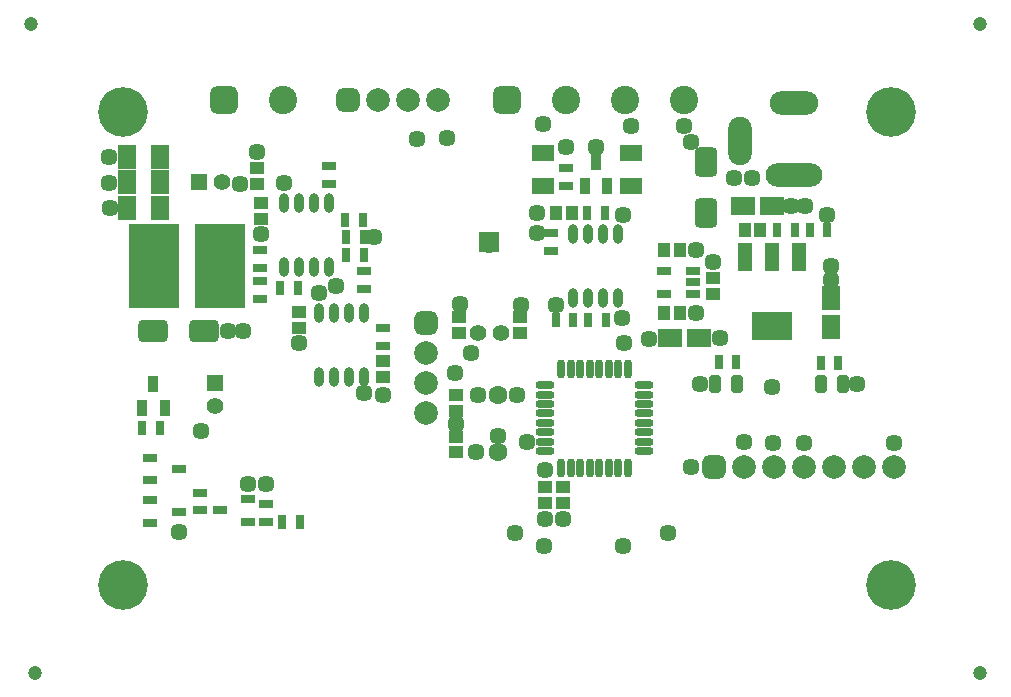
<source format=gts>
G04*
G04 #@! TF.GenerationSoftware,Altium Limited,Altium Designer,18.1.1 (9)*
G04*
G04 Layer_Color=8388736*
%FSLAX42Y42*%
%MOMM*%
G71*
G01*
G75*
%ADD10R,1.50X2.00*%
%ADD11R,1.20X0.80*%
%ADD12O,0.80X1.65*%
%ADD13O,0.75X1.60*%
%ADD14O,1.60X0.75*%
%ADD15R,3.45X2.35*%
%ADD16R,1.20X2.35*%
%ADD17R,1.15X0.80*%
%ADD18R,0.80X1.15*%
%ADD19R,0.90X1.40*%
%ADD20R,4.20X7.20*%
%ADD21R,1.95X1.45*%
G04:AMPARAMS|DCode=22|XSize=2.47mm|YSize=1.85mm|CornerRadius=0.35mm|HoleSize=0mm|Usage=FLASHONLY|Rotation=0.000|XOffset=0mm|YOffset=0mm|HoleType=Round|Shape=RoundedRectangle|*
%AMROUNDEDRECTD22*
21,1,2.47,1.16,0,0,0.0*
21,1,1.78,1.85,0,0,0.0*
1,1,0.70,0.89,-0.58*
1,1,0.70,-0.89,-0.58*
1,1,0.70,-0.89,0.58*
1,1,0.70,0.89,0.58*
%
%ADD22ROUNDEDRECTD22*%
G04:AMPARAMS|DCode=23|XSize=1.06mm|YSize=1.55mm|CornerRadius=0.32mm|HoleSize=0mm|Usage=FLASHONLY|Rotation=180.000|XOffset=0mm|YOffset=0mm|HoleType=Round|Shape=RoundedRectangle|*
%AMROUNDEDRECTD23*
21,1,1.06,0.91,0,0,180.0*
21,1,0.42,1.55,0,0,180.0*
1,1,0.64,-0.21,0.46*
1,1,0.64,0.21,0.46*
1,1,0.64,0.21,-0.46*
1,1,0.64,-0.21,-0.46*
%
%ADD23ROUNDEDRECTD23*%
G04:AMPARAMS|DCode=24|XSize=2.47mm|YSize=1.85mm|CornerRadius=0.35mm|HoleSize=0mm|Usage=FLASHONLY|Rotation=90.000|XOffset=0mm|YOffset=0mm|HoleType=Round|Shape=RoundedRectangle|*
%AMROUNDEDRECTD24*
21,1,2.47,1.16,0,0,90.0*
21,1,1.78,1.85,0,0,90.0*
1,1,0.70,0.58,0.89*
1,1,0.70,0.58,-0.89*
1,1,0.70,-0.58,-0.89*
1,1,0.70,-0.58,0.89*
%
%ADD24ROUNDEDRECTD24*%
%ADD25R,1.20X1.00*%
%ADD26R,1.00X1.20*%
%ADD27R,2.15X1.50*%
%ADD28R,1.50X2.15*%
%ADD29R,1.70X1.70*%
%ADD30C,1.20*%
%ADD31C,1.60*%
%ADD32C,2.40*%
G04:AMPARAMS|DCode=33|XSize=2.4mm|YSize=2.4mm|CornerRadius=0.65mm|HoleSize=0mm|Usage=FLASHONLY|Rotation=0.000|XOffset=0mm|YOffset=0mm|HoleType=Round|Shape=RoundedRectangle|*
%AMROUNDEDRECTD33*
21,1,2.40,1.10,0,0,0.0*
21,1,1.10,2.40,0,0,0.0*
1,1,1.30,0.55,-0.55*
1,1,1.30,-0.55,-0.55*
1,1,1.30,-0.55,0.55*
1,1,1.30,0.55,0.55*
%
%ADD33ROUNDEDRECTD33*%
%ADD34C,2.00*%
G04:AMPARAMS|DCode=35|XSize=2mm|YSize=2mm|CornerRadius=0.55mm|HoleSize=0mm|Usage=FLASHONLY|Rotation=0.000|XOffset=0mm|YOffset=0mm|HoleType=Round|Shape=RoundedRectangle|*
%AMROUNDEDRECTD35*
21,1,2.00,0.90,0,0,0.0*
21,1,0.90,2.00,0,0,0.0*
1,1,1.10,0.45,-0.45*
1,1,1.10,-0.45,-0.45*
1,1,1.10,-0.45,0.45*
1,1,1.10,0.45,0.45*
%
%ADD35ROUNDEDRECTD35*%
G04:AMPARAMS|DCode=36|XSize=2mm|YSize=2mm|CornerRadius=0.55mm|HoleSize=0mm|Usage=FLASHONLY|Rotation=270.000|XOffset=0mm|YOffset=0mm|HoleType=Round|Shape=RoundedRectangle|*
%AMROUNDEDRECTD36*
21,1,2.00,0.90,0,0,270.0*
21,1,0.90,2.00,0,0,270.0*
1,1,1.10,-0.45,-0.45*
1,1,1.10,-0.45,0.45*
1,1,1.10,0.45,0.45*
1,1,1.10,0.45,-0.45*
%
%ADD36ROUNDEDRECTD36*%
%ADD37O,4.80X2.00*%
%ADD38O,2.00X4.10*%
%ADD39O,4.10X2.00*%
%ADD40C,1.40*%
%ADD41R,1.40X1.40*%
%ADD42R,1.40X1.40*%
%ADD43C,4.20*%
%ADD44C,1.20*%
%ADD45C,1.45*%
D10*
X530Y3690D02*
D03*
X810D02*
D03*
X530Y3910D02*
D03*
X810D02*
D03*
X530Y4120D02*
D03*
X810D02*
D03*
D11*
X970Y1120D02*
D03*
X730Y1025D02*
D03*
Y1215D02*
D03*
X5080Y2965D02*
D03*
Y3155D02*
D03*
X5320D02*
D03*
Y3060D02*
D03*
Y2965D02*
D03*
X970Y1480D02*
D03*
X730Y1385D02*
D03*
Y1575D02*
D03*
X1320Y1130D02*
D03*
X1560Y1225D02*
D03*
Y1035D02*
D03*
D12*
X2241Y3733D02*
D03*
X2114D02*
D03*
X1986D02*
D03*
X1859D02*
D03*
X2241Y3188D02*
D03*
X2114D02*
D03*
X1986D02*
D03*
X1859D02*
D03*
X2541Y2802D02*
D03*
X2414D02*
D03*
X2286D02*
D03*
X2159D02*
D03*
X2541Y2258D02*
D03*
X2414D02*
D03*
X2286D02*
D03*
X2159D02*
D03*
X4690Y3472D02*
D03*
X4563D02*
D03*
X4437D02*
D03*
X4310D02*
D03*
X4690Y2927D02*
D03*
X4563D02*
D03*
X4437D02*
D03*
X4310D02*
D03*
D13*
X4210Y2330D02*
D03*
X4290D02*
D03*
X4370D02*
D03*
X4450D02*
D03*
X4530D02*
D03*
X4610D02*
D03*
X4690D02*
D03*
X4770D02*
D03*
Y1490D02*
D03*
X4690D02*
D03*
X4610D02*
D03*
X4530D02*
D03*
X4450D02*
D03*
X4370D02*
D03*
X4290D02*
D03*
X4210D02*
D03*
D14*
X4910Y2190D02*
D03*
Y2110D02*
D03*
Y2030D02*
D03*
Y1950D02*
D03*
Y1870D02*
D03*
Y1790D02*
D03*
Y1710D02*
D03*
Y1630D02*
D03*
X4070D02*
D03*
Y1710D02*
D03*
Y1790D02*
D03*
Y1870D02*
D03*
Y1950D02*
D03*
Y2030D02*
D03*
Y2110D02*
D03*
Y2190D02*
D03*
D15*
X5990Y2688D02*
D03*
D16*
X5760Y3272D02*
D03*
X5990D02*
D03*
X6220D02*
D03*
D17*
X2240Y3895D02*
D03*
Y4045D02*
D03*
X2540Y3155D02*
D03*
Y3005D02*
D03*
X2700Y2670D02*
D03*
Y2520D02*
D03*
X1150Y1130D02*
D03*
Y1280D02*
D03*
X1710Y1030D02*
D03*
Y1180D02*
D03*
X1660Y3330D02*
D03*
Y3180D02*
D03*
Y3070D02*
D03*
Y2920D02*
D03*
X4125Y3325D02*
D03*
Y3475D02*
D03*
X4250Y3875D02*
D03*
Y4025D02*
D03*
D18*
X2380Y3590D02*
D03*
X2530D02*
D03*
X2385Y3440D02*
D03*
X2535D02*
D03*
X660Y1830D02*
D03*
X810D02*
D03*
X1830Y3010D02*
D03*
X1980D02*
D03*
X2535Y3290D02*
D03*
X2385D02*
D03*
X1845Y1030D02*
D03*
X1995D02*
D03*
X5540Y2390D02*
D03*
X5690D02*
D03*
X6555Y2380D02*
D03*
X6405D02*
D03*
X6185Y3500D02*
D03*
X6035D02*
D03*
X4160Y2740D02*
D03*
X4310D02*
D03*
X4585D02*
D03*
X4435D02*
D03*
X6460Y3500D02*
D03*
X6310D02*
D03*
X4425Y3650D02*
D03*
X4575D02*
D03*
D19*
X660Y2000D02*
D03*
X850D02*
D03*
X755Y2203D02*
D03*
X4405Y3872D02*
D03*
X4595D02*
D03*
X4500Y4075D02*
D03*
D20*
X1320Y3200D02*
D03*
X757D02*
D03*
D21*
X4800Y4155D02*
D03*
Y3875D02*
D03*
X4050Y4155D02*
D03*
Y3875D02*
D03*
D22*
X1186Y2650D02*
D03*
X753D02*
D03*
D23*
X5506Y2200D02*
D03*
X5694D02*
D03*
X6593D02*
D03*
X6407D02*
D03*
D24*
X5430Y4076D02*
D03*
Y3644D02*
D03*
D25*
X1670Y3600D02*
D03*
Y3735D02*
D03*
X1630Y3892D02*
D03*
Y4028D02*
D03*
X1990Y2670D02*
D03*
Y2805D02*
D03*
X2700Y2395D02*
D03*
Y2260D02*
D03*
X5490Y2965D02*
D03*
Y3100D02*
D03*
X4070Y1325D02*
D03*
Y1190D02*
D03*
X4220Y1325D02*
D03*
Y1190D02*
D03*
X3320Y1755D02*
D03*
Y1620D02*
D03*
Y1973D02*
D03*
Y2108D02*
D03*
X3860Y2765D02*
D03*
Y2630D02*
D03*
X3340Y2765D02*
D03*
Y2630D02*
D03*
D26*
X5080Y3330D02*
D03*
X5215D02*
D03*
X5075Y2800D02*
D03*
X5210D02*
D03*
X4162Y3650D02*
D03*
X4297D02*
D03*
X5760Y3500D02*
D03*
X5895D02*
D03*
D27*
X5372Y2590D02*
D03*
X5128D02*
D03*
X5990Y3710D02*
D03*
X5745D02*
D03*
D28*
X6490Y2925D02*
D03*
Y2680D02*
D03*
D29*
X3600Y3400D02*
D03*
D30*
X7750Y-250D02*
D03*
X-250D02*
D03*
X7750Y5250D02*
D03*
X-280D02*
D03*
D31*
X3670Y2108D02*
D03*
Y1620D02*
D03*
D32*
X1850Y4600D02*
D03*
X5250D02*
D03*
X4750D02*
D03*
X4250D02*
D03*
D33*
X1350D02*
D03*
X3750D02*
D03*
D34*
X7024Y1500D02*
D03*
X6770D02*
D03*
X6516D02*
D03*
X6262D02*
D03*
X6008D02*
D03*
X5754D02*
D03*
X2654Y4600D02*
D03*
X2908D02*
D03*
X3162D02*
D03*
X3060Y2458D02*
D03*
Y2204D02*
D03*
Y1950D02*
D03*
D35*
X5500Y1500D02*
D03*
X2400Y4600D02*
D03*
D36*
X3060Y2712D02*
D03*
D37*
X6175Y3970D02*
D03*
D38*
X5725Y4260D02*
D03*
D39*
X6175Y4575D02*
D03*
D40*
X1340Y3910D02*
D03*
X1280Y2010D02*
D03*
X3700Y2630D02*
D03*
X3500D02*
D03*
D41*
X1140Y3910D02*
D03*
D42*
X1280Y2210D02*
D03*
D43*
X7000Y500D02*
D03*
X500D02*
D03*
X7000Y4500D02*
D03*
X500D02*
D03*
D44*
X5725Y4180D02*
D03*
Y4340D02*
D03*
X6255Y4575D02*
D03*
X6095D02*
D03*
X6255Y3970D02*
D03*
X6095D02*
D03*
D45*
X2700Y2110D02*
D03*
X390Y3690D02*
D03*
X380Y3900D02*
D03*
Y4120D02*
D03*
X7024Y1700D02*
D03*
X6262D02*
D03*
X5754Y1710D02*
D03*
X6000Y1700D02*
D03*
X3600Y3380D02*
D03*
X1160Y1800D02*
D03*
X3500Y2110D02*
D03*
X3490Y1620D02*
D03*
X3670Y1760D02*
D03*
X3830Y2110D02*
D03*
X5310Y1500D02*
D03*
X1491Y3892D02*
D03*
X3240Y4280D02*
D03*
X2984Y4270D02*
D03*
X3310Y2290D02*
D03*
X3440Y2460D02*
D03*
X5250Y4380D02*
D03*
X5310Y4250D02*
D03*
X4800Y4380D02*
D03*
X4050Y4400D02*
D03*
X5820Y3940D02*
D03*
X5670D02*
D03*
X4720Y2760D02*
D03*
X3920Y1710D02*
D03*
X2620Y3440D02*
D03*
X6490Y3200D02*
D03*
Y3077D02*
D03*
X4730Y3630D02*
D03*
X2300Y3030D02*
D03*
X2541Y2120D02*
D03*
X6460Y3630D02*
D03*
X6270Y3710D02*
D03*
X6150D02*
D03*
X3870Y2870D02*
D03*
X3350Y2880D02*
D03*
X1630Y4160D02*
D03*
X4070Y1060D02*
D03*
X4220D02*
D03*
X4730Y830D02*
D03*
X4060D02*
D03*
X1859Y3899D02*
D03*
X1670Y3470D02*
D03*
X970Y950D02*
D03*
X1710Y1350D02*
D03*
X1560D02*
D03*
X5990Y2170D02*
D03*
X5550Y2590D02*
D03*
X5350Y2800D02*
D03*
Y3330D02*
D03*
X5490Y3230D02*
D03*
X1510Y2650D02*
D03*
X1390D02*
D03*
X1990Y2550D02*
D03*
X5110Y940D02*
D03*
X3820D02*
D03*
X2159Y2969D02*
D03*
X3320Y1864D02*
D03*
X4000Y3650D02*
D03*
X4005Y3475D02*
D03*
X4160Y2870D02*
D03*
X4740Y2550D02*
D03*
X6710Y2200D02*
D03*
X5380D02*
D03*
X4070Y1470D02*
D03*
X4950Y2580D02*
D03*
X4250Y4210D02*
D03*
X4500D02*
D03*
M02*

</source>
